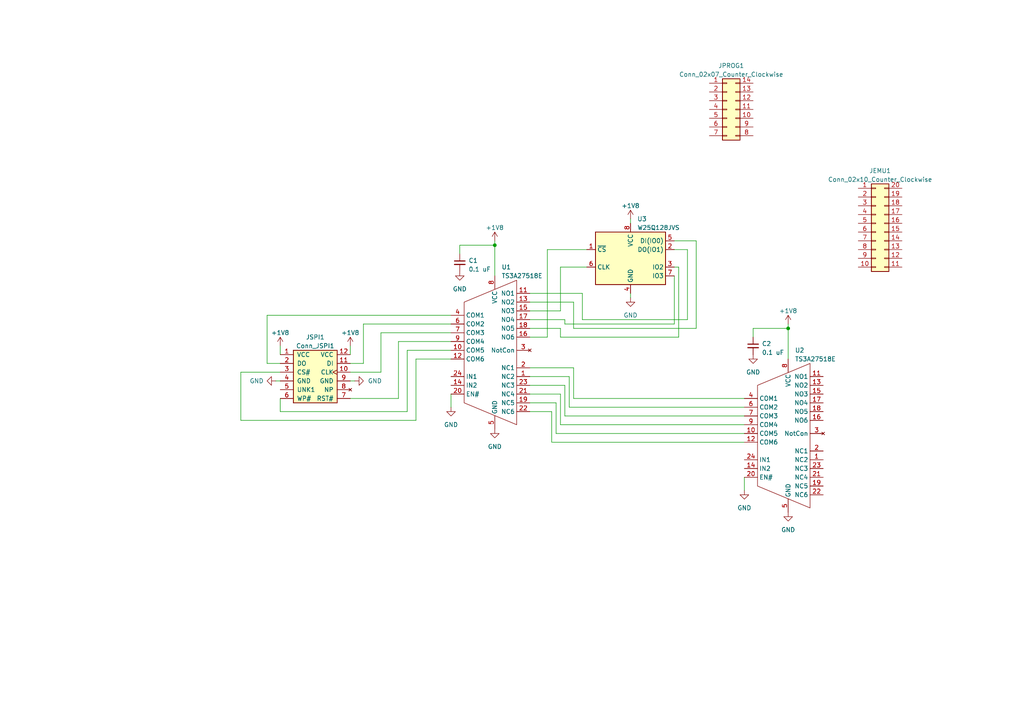
<source format=kicad_sch>
(kicad_sch (version 20220126) (generator eeschema)
  (paper "A4")
  (lib_symbols
    (symbol "Connector_Generic:Conn_02x07_Counter_Clockwise" (pin_names (offset 1.016) hide)
      (property "Reference" "J" (at 1.27 10.16 0))
      (property "Value" "Conn_02x07_Counter_Clockwise" (at 1.27 -10.16 0))
      (symbol "Conn_02x07_Counter_Clockwise_1_1"
        (rectangle (start -1.27 -7.493) (end 0 -7.747) (stroke (width 0.1524)))
        (rectangle (start -1.27 -4.953) (end 0 -5.207) (stroke (width 0.1524)))
        (rectangle (start -1.27 -2.413) (end 0 -2.667) (stroke (width 0.1524)))
        (rectangle (start -1.27 0.127) (end 0 -0.127) (stroke (width 0.1524)))
        (rectangle (start -1.27 2.667) (end 0 2.413) (stroke (width 0.1524)))
        (rectangle (start -1.27 5.207) (end 0 4.953) (stroke (width 0.1524)))
        (rectangle (start -1.27 7.747) (end 0 7.493) (stroke (width 0.1524)))
        (rectangle (start -1.27 8.89) (end 3.81 -8.89) (stroke (width 0.254)) (fill (type background)))
        (rectangle (start 3.81 -7.493) (end 2.54 -7.747) (stroke (width 0.1524)))
        (rectangle (start 3.81 -4.953) (end 2.54 -5.207) (stroke (width 0.1524)))
        (rectangle (start 3.81 -2.413) (end 2.54 -2.667) (stroke (width 0.1524)))
        (rectangle (start 3.81 0.127) (end 2.54 -0.127) (stroke (width 0.1524)))
        (rectangle (start 3.81 2.667) (end 2.54 2.413) (stroke (width 0.1524)))
        (rectangle (start 3.81 5.207) (end 2.54 4.953) (stroke (width 0.1524)))
        (rectangle (start 3.81 7.747) (end 2.54 7.493) (stroke (width 0.1524)))
        (pin passive line (at -5.08 7.62 0) (length 3.81) (name "Pin_1") (number "1"))
        (pin passive line (at 7.62 -2.54 180) (length 3.81) (name "Pin_10") (number "10"))
        (pin passive line (at 7.62 0 180) (length 3.81) (name "Pin_11") (number "11"))
        (pin passive line (at 7.62 2.54 180) (length 3.81) (name "Pin_12") (number "12"))
        (pin passive line (at 7.62 5.08 180) (length 3.81) (name "Pin_13") (number "13"))
        (pin passive line (at 7.62 7.62 180) (length 3.81) (name "Pin_14") (number "14"))
        (pin passive line (at -5.08 5.08 0) (length 3.81) (name "Pin_2") (number "2"))
        (pin passive line (at -5.08 2.54 0) (length 3.81) (name "Pin_3") (number "3"))
        (pin passive line (at -5.08 0 0) (length 3.81) (name "Pin_4") (number "4"))
        (pin passive line (at -5.08 -2.54 0) (length 3.81) (name "Pin_5") (number "5"))
        (pin passive line (at -5.08 -5.08 0) (length 3.81) (name "Pin_6") (number "6"))
        (pin passive line (at -5.08 -7.62 0) (length 3.81) (name "Pin_7") (number "7"))
        (pin passive line (at 7.62 -7.62 180) (length 3.81) (name "Pin_8") (number "8"))
        (pin passive line (at 7.62 -5.08 180) (length 3.81) (name "Pin_9") (number "9"))
      )
    )
    (symbol "Connector_Generic:Conn_02x10_Counter_Clockwise" (pin_names (offset 1.016) hide)
      (property "Reference" "J" (at 1.27 12.7 0))
      (property "Value" "Conn_02x10_Counter_Clockwise" (at 1.27 -15.24 0))
      (symbol "Conn_02x10_Counter_Clockwise_1_1"
        (rectangle (start -1.27 -12.573) (end 0 -12.827) (stroke (width 0.1524)))
        (rectangle (start -1.27 -10.033) (end 0 -10.287) (stroke (width 0.1524)))
        (rectangle (start -1.27 -7.493) (end 0 -7.747) (stroke (width 0.1524)))
        (rectangle (start -1.27 -4.953) (end 0 -5.207) (stroke (width 0.1524)))
        (rectangle (start -1.27 -2.413) (end 0 -2.667) (stroke (width 0.1524)))
        (rectangle (start -1.27 0.127) (end 0 -0.127) (stroke (width 0.1524)))
        (rectangle (start -1.27 2.667) (end 0 2.413) (stroke (width 0.1524)))
        (rectangle (start -1.27 5.207) (end 0 4.953) (stroke (width 0.1524)))
        (rectangle (start -1.27 7.747) (end 0 7.493) (stroke (width 0.1524)))
        (rectangle (start -1.27 10.287) (end 0 10.033) (stroke (width 0.1524)))
        (rectangle (start -1.27 11.43) (end 3.81 -13.97) (stroke (width 0.254)) (fill (type background)))
        (rectangle (start 3.81 -12.573) (end 2.54 -12.827) (stroke (width 0.1524)))
        (rectangle (start 3.81 -10.033) (end 2.54 -10.287) (stroke (width 0.1524)))
        (rectangle (start 3.81 -7.493) (end 2.54 -7.747) (stroke (width 0.1524)))
        (rectangle (start 3.81 -4.953) (end 2.54 -5.207) (stroke (width 0.1524)))
        (rectangle (start 3.81 -2.413) (end 2.54 -2.667) (stroke (width 0.1524)))
        (rectangle (start 3.81 0.127) (end 2.54 -0.127) (stroke (width 0.1524)))
        (rectangle (start 3.81 2.667) (end 2.54 2.413) (stroke (width 0.1524)))
        (rectangle (start 3.81 5.207) (end 2.54 4.953) (stroke (width 0.1524)))
        (rectangle (start 3.81 7.747) (end 2.54 7.493) (stroke (width 0.1524)))
        (rectangle (start 3.81 10.287) (end 2.54 10.033) (stroke (width 0.1524)))
        (pin passive line (at -5.08 10.16 0) (length 3.81) (name "Pin_1") (number "1"))
        (pin passive line (at -5.08 -12.7 0) (length 3.81) (name "Pin_10") (number "10"))
        (pin passive line (at 7.62 -12.7 180) (length 3.81) (name "Pin_11") (number "11"))
        (pin passive line (at 7.62 -10.16 180) (length 3.81) (name "Pin_12") (number "12"))
        (pin passive line (at 7.62 -7.62 180) (length 3.81) (name "Pin_13") (number "13"))
        (pin passive line (at 7.62 -5.08 180) (length 3.81) (name "Pin_14") (number "14"))
        (pin passive line (at 7.62 -2.54 180) (length 3.81) (name "Pin_15") (number "15"))
        (pin passive line (at 7.62 0 180) (length 3.81) (name "Pin_16") (number "16"))
        (pin passive line (at 7.62 2.54 180) (length 3.81) (name "Pin_17") (number "17"))
        (pin passive line (at 7.62 5.08 180) (length 3.81) (name "Pin_18") (number "18"))
        (pin passive line (at 7.62 7.62 180) (length 3.81) (name "Pin_19") (number "19"))
        (pin passive line (at -5.08 7.62 0) (length 3.81) (name "Pin_2") (number "2"))
        (pin passive line (at 7.62 10.16 180) (length 3.81) (name "Pin_20") (number "20"))
        (pin passive line (at -5.08 5.08 0) (length 3.81) (name "Pin_3") (number "3"))
        (pin passive line (at -5.08 2.54 0) (length 3.81) (name "Pin_4") (number "4"))
        (pin passive line (at -5.08 0 0) (length 3.81) (name "Pin_5") (number "5"))
        (pin passive line (at -5.08 -2.54 0) (length 3.81) (name "Pin_6") (number "6"))
        (pin passive line (at -5.08 -5.08 0) (length 3.81) (name "Pin_7") (number "7"))
        (pin passive line (at -5.08 -7.62 0) (length 3.81) (name "Pin_8") (number "8"))
        (pin passive line (at -5.08 -10.16 0) (length 3.81) (name "Pin_9") (number "9"))
      )
    )
    (symbol "Device:C_Small" (pin_numbers hide) (pin_names (offset 0.254) hide)
      (property "Reference" "C" (at 0.254 1.778 0))
      (property "Value" "C_Small" (at 0.254 -2.032 0))
      (symbol "C_Small_0_1"
        (polyline (pts (xy -1.524 -0.508) (xy 1.524 -0.508)) (stroke (width 0.3302)))
        (polyline (pts (xy -1.524 0.508) (xy 1.524 0.508)) (stroke (width 0.3048)))
      )
      (symbol "C_Small_1_1"
        (pin passive line (at 0 2.54 270) (length 2.032) (name "~") (number "1"))
        (pin passive line (at 0 -2.54 90) (length 2.032) (name "~") (number "2"))
      )
    )
    (symbol "Memory_Flash:W25Q128JVS"
      (property "Reference" "U" (at -8.89 8.89 0))
      (property "Value" "W25Q128JVS" (at 7.62 8.89 0))
      (symbol "W25Q128JVS_0_1"
        (rectangle (start -10.16 7.62) (end 10.16 -7.62) (stroke (width 0.254)) (fill (type background)))
      )
      (symbol "W25Q128JVS_1_1"
        (pin input line (at -12.7 2.54 0) (length 2.54) (name "~{CS}") (number "1"))
        (pin bidirectional line (at 12.7 2.54 180) (length 2.54) (name "DO(IO1)") (number "2"))
        (pin bidirectional line (at 12.7 -2.54 180) (length 2.54) (name "IO2") (number "3"))
        (pin power_in line (at 0 -10.16 90) (length 2.54) (name "GND") (number "4"))
        (pin bidirectional line (at 12.7 5.08 180) (length 2.54) (name "DI(IO0)") (number "5"))
        (pin input line (at -12.7 -2.54 0) (length 2.54) (name "CLK") (number "6"))
        (pin bidirectional line (at 12.7 -5.08 180) (length 2.54) (name "IO3") (number "7"))
        (pin power_in line (at 0 10.16 270) (length 2.54) (name "VCC") (number "8"))
      )
    )
    (symbol "common:Conn_JSPI1" (pin_names (offset 1.016))
      (property "Reference" "JSPI" (at 0 7.62 0))
      (property "Value" "Conn_JSPI1" (at 0 -10.16 0))
      (symbol "Conn_JSPI1_1_1"
        (rectangle (start -6.35 6.35) (end 6.35 -8.89) (stroke (width 0.254)) (fill (type background)))
        (pin power_in line (at -10.16 5.08 0) (length 3.81) (name "VCC") (number "1"))
        (pin input clock (at 10.16 0 180) (length 3.81) (name "CLK") (number "10"))
        (pin bidirectional line (at 10.16 2.54 180) (length 3.81) (name "DI") (number "11"))
        (pin power_in line (at 10.16 5.08 180) (length 3.81) (name "VCC") (number "12"))
        (pin bidirectional line (at -10.16 2.54 0) (length 3.81) (name "DO") (number "2"))
        (pin input line (at -10.16 0 0) (length 3.81) (name "CS#") (number "3"))
        (pin power_in line (at -10.16 -2.54 0) (length 3.81) (name "GND") (number "4"))
        (pin unspecified line (at -10.16 -5.08 0) (length 3.81) (name "UNK1") (number "5"))
        (pin bidirectional line (at -10.16 -7.62 0) (length 3.81) (name "WP#") (number "6"))
        (pin bidirectional line (at 10.16 -7.62 180) (length 3.81) (name "RST#") (number "7"))
        (pin no_connect line (at 10.16 -5.08 180) (length 3.81) (name "NP") (number "8"))
        (pin power_in line (at 10.16 -2.54 180) (length 3.81) (name "GND") (number "9"))
      )
    )
    (symbol "common:TS3A27518E"
      (property "Reference" "U" (at -8.89 20.32 0))
      (property "Value" "TS3A27518E" (at -8.89 -22.86 0))
      (symbol "TS3A27518E_0_1"
        (polyline (pts (xy -8.89 -15.24) (xy -8.89 13.97) (xy 6.35 20.32) (xy 6.35 -21.59) (xy -8.89 -15.24)))
      )
      (symbol "TS3A27518E_1_1"
        (pin bidirectional line (at 10.16 -7.62 180) (length 3.81) (name "NC2") (number "1"))
        (pin bidirectional line (at -12.7 0 0) (length 3.81) (name "COM5") (number "10"))
        (pin bidirectional line (at 10.16 16.51 180) (length 3.81) (name "NO1") (number "11"))
        (pin bidirectional line (at -12.7 -2.54 0) (length 3.81) (name "COM6") (number "12"))
        (pin bidirectional line (at 10.16 13.97 180) (length 3.81) (name "NO2") (number "13"))
        (pin input line (at -12.7 -10.16 0) (length 3.81) (name "IN2") (number "14"))
        (pin bidirectional line (at 10.16 11.43 180) (length 3.81) (name "NO3") (number "15"))
        (pin bidirectional line (at 10.16 3.81 180) (length 3.81) (name "NO6") (number "16"))
        (pin bidirectional line (at 10.16 8.89 180) (length 3.81) (name "NO4") (number "17"))
        (pin bidirectional line (at 10.16 6.35 180) (length 3.81) (name "NO5") (number "18"))
        (pin bidirectional line (at 10.16 -15.24 180) (length 3.81) (name "NC5") (number "19"))
        (pin bidirectional line (at 10.16 -5.08 180) (length 3.81) (name "NC1") (number "2"))
        (pin input line (at -12.7 -12.7 0) (length 3.81) (name "EN#") (number "20"))
        (pin bidirectional line (at 10.16 -12.7 180) (length 3.81) (name "NC4") (number "21"))
        (pin bidirectional line (at 10.16 -17.78 180) (length 3.81) (name "NC6") (number "22"))
        (pin bidirectional line (at 10.16 -10.16 180) (length 3.81) (name "NC3") (number "23"))
        (pin input line (at -12.7 -7.62 0) (length 3.81) (name "IN1") (number "24"))
        (pin no_connect line (at 10.16 0 180) (length 3.81) (name "NotCon") (number "3"))
        (pin bidirectional line (at -12.7 10.16 0) (length 3.81) (name "COM1") (number "4"))
        (pin power_in line (at 0 -22.86 90) (length 3.81) (name "GND") (number "5"))
        (pin bidirectional line (at -12.7 7.62 0) (length 3.81) (name "COM2") (number "6"))
        (pin bidirectional line (at -12.7 5.08 0) (length 3.81) (name "COM3") (number "7"))
        (pin power_in line (at 0 21.59 270) (length 3.81) (name "VCC") (number "8"))
        (pin bidirectional line (at -12.7 2.54 0) (length 3.81) (name "COM4") (number "9"))
      )
    )
    (symbol "power:+1V8" (power) (pin_names (offset 0))
      (property "Value" "+1V8" (at 0 3.556 0))
      (symbol "+1V8_0_1"
        (polyline (pts (xy -0.762 1.27) (xy 0 2.54)))
        (polyline (pts (xy 0 0) (xy 0 2.54)))
        (polyline (pts (xy 0 2.54) (xy 0.762 1.27)))
      )
      (symbol "+1V8_1_1"
        (pin power_in line (at 0 0 90) (length 0) hide (name "+1V8") (number "1"))
      )
    )
    (symbol "power:GND" (power) (pin_names (offset 0))
      (property "Value" "GND" (at 0 -3.81 0))
      (symbol "GND_0_1"
        (polyline (pts (xy 0 0) (xy 0 -1.27) (xy 1.27 -1.27) (xy 0 -2.54) (xy -1.27 -1.27) (xy 0 -1.27)))
      )
      (symbol "GND_1_1"
        (pin power_in line (at 0 0 270) (length 0) hide (name "GND") (number "1"))
      )
    )
  )
  (junction (at 143.51 71.12))
  (junction (at 228.6 95.25))
  (wire (pts (xy 101.6 105.41) (xy 105.41 105.41)))
  (wire (pts (xy 166.37 87.63) (xy 166.37 95.25)))
  (wire (pts (xy 101.6 115.57) (xy 115.57 115.57)))
  (wire (pts (xy 165.1 118.11) (xy 165.1 109.22)))
  (wire (pts (xy 168.91 92.71) (xy 168.91 85.09)))
  (wire (pts (xy 182.88 63.5) (xy 182.88 64.77)))
  (wire (pts (xy 162.56 95.25) (xy 162.56 97.79)))
  (wire (pts (xy 110.49 107.95) (xy 110.49 96.52)))
  (wire (pts (xy 153.67 90.17) (xy 162.56 90.17)))
  (wire (pts (xy 162.56 123.19) (xy 162.56 114.3)))
  (wire (pts (xy 81.28 100.33) (xy 81.28 102.87)))
  (wire (pts (xy 81.28 107.95) (xy 69.85 107.95)))
  (wire (pts (xy 168.91 85.09) (xy 153.67 85.09)))
  (wire (pts (xy 110.49 96.52) (xy 130.81 96.52)))
  (wire (pts (xy 81.28 105.41) (xy 77.47 105.41)))
  (wire (pts (xy 163.83 120.65) (xy 163.83 111.76)))
  (wire (pts (xy 162.56 77.47) (xy 170.18 77.47)))
  (wire (pts (xy 163.83 93.98) (xy 163.83 92.71)))
  (wire (pts (xy 133.35 73.66) (xy 133.35 71.12)))
  (wire (pts (xy 162.56 123.19) (xy 215.9 123.19)))
  (wire (pts (xy 195.58 80.01) (xy 195.58 93.98)))
  (wire (pts (xy 215.9 142.24) (xy 215.9 138.43)))
  (wire (pts (xy 163.83 120.65) (xy 215.9 120.65)))
  (wire (pts (xy 228.6 95.25) (xy 228.6 104.14)))
  (wire (pts (xy 120.65 104.14) (xy 130.81 104.14)))
  (wire (pts (xy 81.28 119.38) (xy 81.28 115.57)))
  (wire (pts (xy 201.93 69.85) (xy 195.58 69.85)))
  (wire (pts (xy 105.41 93.98) (xy 130.81 93.98)))
  (wire (pts (xy 133.35 71.12) (xy 143.51 71.12)))
  (wire (pts (xy 161.29 116.84) (xy 153.67 116.84)))
  (wire (pts (xy 166.37 115.57) (xy 215.9 115.57)))
  (wire (pts (xy 199.39 72.39) (xy 199.39 92.71)))
  (wire (pts (xy 161.29 125.73) (xy 161.29 116.84)))
  (wire (pts (xy 162.56 90.17) (xy 162.56 77.47)))
  (wire (pts (xy 153.67 97.79) (xy 158.75 97.79)))
  (wire (pts (xy 196.85 97.79) (xy 196.85 77.47)))
  (wire (pts (xy 118.11 119.38) (xy 81.28 119.38)))
  (wire (pts (xy 115.57 99.06) (xy 130.81 99.06)))
  (wire (pts (xy 199.39 92.71) (xy 168.91 92.71)))
  (wire (pts (xy 69.85 107.95) (xy 69.85 121.92)))
  (wire (pts (xy 165.1 109.22) (xy 153.67 109.22)))
  (wire (pts (xy 166.37 115.57) (xy 166.37 106.68)))
  (wire (pts (xy 101.6 107.95) (xy 110.49 107.95)))
  (wire (pts (xy 195.58 72.39) (xy 199.39 72.39)))
  (wire (pts (xy 218.44 95.25) (xy 228.6 95.25)))
  (wire (pts (xy 158.75 97.79) (xy 158.75 72.39)))
  (wire (pts (xy 161.29 125.73) (xy 215.9 125.73)))
  (wire (pts (xy 130.81 101.6) (xy 118.11 101.6)))
  (wire (pts (xy 165.1 118.11) (xy 215.9 118.11)))
  (wire (pts (xy 118.11 101.6) (xy 118.11 119.38)))
  (wire (pts (xy 105.41 105.41) (xy 105.41 93.98)))
  (wire (pts (xy 162.56 97.79) (xy 196.85 97.79)))
  (wire (pts (xy 160.02 119.38) (xy 153.67 119.38)))
  (wire (pts (xy 143.51 71.12) (xy 143.51 80.01)))
  (wire (pts (xy 166.37 106.68) (xy 153.67 106.68)))
  (wire (pts (xy 160.02 128.27) (xy 215.9 128.27)))
  (wire (pts (xy 158.75 72.39) (xy 170.18 72.39)))
  (wire (pts (xy 196.85 77.47) (xy 195.58 77.47)))
  (wire (pts (xy 101.6 100.33) (xy 101.6 102.87)))
  (wire (pts (xy 201.93 95.25) (xy 201.93 69.85)))
  (wire (pts (xy 163.83 92.71) (xy 153.67 92.71)))
  (wire (pts (xy 77.47 105.41) (xy 77.47 91.44)))
  (wire (pts (xy 182.88 86.36) (xy 182.88 85.09)))
  (wire (pts (xy 195.58 93.98) (xy 163.83 93.98)))
  (wire (pts (xy 153.67 87.63) (xy 166.37 87.63)))
  (wire (pts (xy 218.44 97.79) (xy 218.44 95.25)))
  (wire (pts (xy 77.47 91.44) (xy 130.81 91.44)))
  (wire (pts (xy 166.37 95.25) (xy 201.93 95.25)))
  (wire (pts (xy 130.81 118.11) (xy 130.81 114.3)))
  (wire (pts (xy 69.85 121.92) (xy 120.65 121.92)))
  (wire (pts (xy 228.6 93.98) (xy 228.6 95.25)))
  (wire (pts (xy 102.87 110.49) (xy 101.6 110.49)))
  (wire (pts (xy 80.01 110.49) (xy 81.28 110.49)))
  (wire (pts (xy 163.83 111.76) (xy 153.67 111.76)))
  (wire (pts (xy 120.65 121.92) (xy 120.65 104.14)))
  (wire (pts (xy 115.57 115.57) (xy 115.57 99.06)))
  (wire (pts (xy 162.56 114.3) (xy 153.67 114.3)))
  (wire (pts (xy 153.67 95.25) (xy 162.56 95.25)))
  (wire (pts (xy 160.02 128.27) (xy 160.02 119.38)))
  (wire (pts (xy 143.51 69.85) (xy 143.51 71.12)))
  (symbol (lib_id "power:GND") (at 102.87 110.49 90) (unit 1)
    (property "Reference" "#PWR0105" (effects hide))
    (property "Value" "GND" (at 106.68 110.49 90) (effects (justify right)))
  )
  (symbol (lib_id "Device:C_Small") (at 133.35 76.2 0) (unit 1)
    (property "Reference" "C1" (at 135.89 75.5713 0) (effects (justify left)))
    (property "Value" "0.1 uF" (at 135.89 78.1113 0) (effects (justify left)))
    (property "Footprint" "Capacitor_SMD:C_0603_1608Metric_Pad1.08x0.95mm_HandSolder" (effects hide))
  )
  (symbol (lib_id "power:GND") (at 130.81 118.11 0) (unit 1)
    (property "Reference" "#PWR0106" (effects hide))
    (property "Value" "GND" (at 130.81 123.19 0))
  )
  (symbol (lib_id "Memory_Flash:W25Q128JVS") (at 182.88 74.93 0) (unit 1)
    (property "Reference" "U3" (at 184.8359 63.5 0) (effects (justify left)))
    (property "Value" "W25Q128JVS" (at 184.8359 66.04 0) (effects (justify left)))
    (property "Footprint" "Package_SO:SOIC-8_5.23x5.23mm_P1.27mm" (effects hide))
    (property "Datasheet" "http://www.winbond.com/resource-files/w25q128jv_dtr%20revc%2003272018%20plus.pdf" (effects hide))
  )
  (symbol (lib_id "Connector_Generic:Conn_02x10_Counter_Clockwise") (at 254 64.77 0) (unit 1)
    (property "Reference" "JEMU1" (at 255.27 49.53 0))
    (property "Value" "Conn_02x10_Counter_Clockwise" (at 255.27 52.07 0))
    (property "Footprint" "Connector_PinHeader_2.54mm:PinHeader_2x10_P2.54mm_Vertical" (effects hide))
  )
  (symbol (lib_id "power:+1V8") (at 81.28 100.33 0) (unit 1)
    (property "Reference" "#PWR0101" (effects hide))
    (property "Value" "+1V8" (at 81.28 96.52 0))
  )
  (symbol (lib_id "common:TS3A27518E") (at 228.6 125.73 0) (unit 1)
    (property "Reference" "U2" (at 230.5559 101.6 0) (effects (justify left)))
    (property "Value" "TS3A27518E" (at 230.5559 104.14 0) (effects (justify left)))
    (property "Footprint" "Package_SO:TSSOP-24_6.1x7.8mm_P0.65mm" (effects hide))
    (property "Datasheet" "https://www.ti.com/lit/gpn/ts3a27518e" (effects hide))
    (property "Website" "https://www.ti.com/product/TS3A27518E" (effects hide))
  )
  (symbol (lib_id "power:GND") (at 228.6 148.59 0) (unit 1)
    (property "Reference" "#PWR0108" (effects hide))
    (property "Value" "GND" (at 228.6 153.67 0))
  )
  (symbol (lib_id "power:+1V8") (at 143.51 69.85 0) (unit 1)
    (property "Reference" "#PWR0107" (effects hide))
    (property "Value" "+1V8" (at 143.51 66.04 0))
  )
  (symbol (lib_id "power:+1V8") (at 101.6 100.33 0) (unit 1)
    (property "Reference" "#PWR0103" (effects hide))
    (property "Value" "+1V8" (at 101.6 96.52 0))
  )
  (symbol (lib_id "power:+1V8") (at 228.6 93.98 0) (unit 1)
    (property "Reference" "#PWR0112" (effects hide))
    (property "Value" "+1V8" (at 228.6 90.17 0))
  )
  (symbol (lib_id "power:GND") (at 218.44 102.87 0) (unit 1)
    (property "Reference" "#PWR0111" (effects hide))
    (property "Value" "GND" (at 218.44 107.95 0))
  )
  (symbol (lib_id "power:+1V8") (at 182.88 63.5 0) (unit 1)
    (property "Reference" "#PWR0113" (effects hide))
    (property "Value" "+1V8" (at 182.88 59.69 0))
  )
  (symbol (lib_id "power:GND") (at 80.01 110.49 270) (unit 1)
    (property "Reference" "#PWR0102" (effects hide))
    (property "Value" "GND" (at 72.39 110.49 90) (effects (justify left)))
  )
  (symbol (lib_id "Device:C_Small") (at 218.44 100.33 0) (unit 1)
    (property "Reference" "C2" (at 220.98 99.7013 0) (effects (justify left)))
    (property "Value" "0.1 uF" (at 220.98 102.2413 0) (effects (justify left)))
    (property "Footprint" "Capacitor_SMD:C_0603_1608Metric_Pad1.08x0.95mm_HandSolder" (effects hide))
  )
  (symbol (lib_id "common:Conn_JSPI1") (at 91.44 107.95 0) (unit 1)
    (property "Reference" "JSPI1" (at 91.44 97.79 0))
    (property "Value" "Conn_JSPI1" (at 91.44 100.33 0))
    (property "Footprint" "Connector_PinSocket_1.27mm:PinSocket_2x06_P1.27mm_Horizontal" (effects hide))
  )
  (symbol (lib_id "power:GND") (at 143.51 124.46 0) (unit 1)
    (property "Reference" "#PWR0104" (effects hide))
    (property "Value" "GND" (at 143.51 129.54 0))
  )
  (symbol (lib_id "Connector_Generic:Conn_02x07_Counter_Clockwise") (at 210.82 31.75 0) (unit 1)
    (property "Reference" "JPROG1" (at 212.09 19.05 0))
    (property "Value" "Conn_02x07_Counter_Clockwise" (at 212.09 21.59 0))
    (property "Footprint" "Connector_PinHeader_2.54mm:PinHeader_2x07_P2.54mm_Vertical" (effects hide))
  )
  (symbol (lib_id "power:GND") (at 215.9 142.24 0) (unit 1)
    (property "Reference" "#PWR0109" (effects hide))
    (property "Value" "GND" (at 215.9 147.32 0))
  )
  (symbol (lib_id "power:GND") (at 182.88 86.36 0) (unit 1)
    (property "Reference" "#PWR0114" (effects hide))
    (property "Value" "GND" (at 182.88 91.44 0))
  )
  (symbol (lib_id "power:GND") (at 133.35 78.74 0) (unit 1)
    (property "Reference" "#PWR0110" (effects hide))
    (property "Value" "GND" (at 133.35 83.82 0))
  )
  (symbol (lib_id "common:TS3A27518E") (at 143.51 101.6 0) (unit 1)
    (property "Reference" "U1" (at 145.4659 77.47 0) (effects (justify left)))
    (property "Value" "TS3A27518E" (at 145.4659 80.01 0) (effects (justify left)))
    (property "Footprint" "Package_SO:TSSOP-24_6.1x7.8mm_P0.65mm" (effects hide))
    (property "Datasheet" "https://www.ti.com/lit/gpn/ts3a27518e" (effects hide))
    (property "Website" "https://www.ti.com/product/TS3A27518E" (effects hide))
  )
)
</source>
